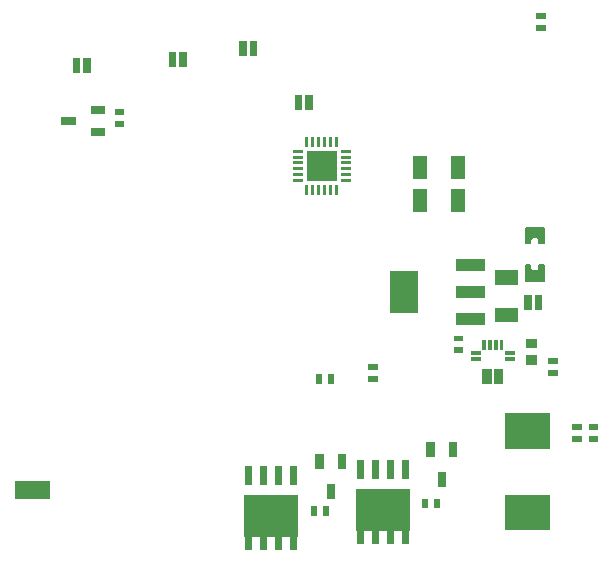
<source format=gbp>
G04 Layer: BottomPasteMaskLayer*
G04 EasyEDA v6.4.25, 2021-09-19T11:37:02+02:00*
G04 64e9d69745c74d7bbaee3c671462624f,10*
G04 Gerber Generator version 0.2*
G04 Scale: 100 percent, Rotated: No, Reflected: No *
G04 Dimensions in inches *
G04 leading zeros omitted , absolute positions ,3 integer and 6 decimal *
%FSLAX36Y36*%
%MOIN*%

%ADD55R,0.0972X0.1417*%

%LPD*%
G36*
X824920Y646919D02*
G01*
X820980Y643000D01*
X820980Y592400D01*
X824920Y588460D01*
X839500Y588460D01*
X843439Y592400D01*
X843439Y604400D01*
X847380Y608340D01*
X862620Y608340D01*
X866560Y604400D01*
X866560Y592400D01*
X870500Y588460D01*
X885080Y588460D01*
X889020Y592400D01*
X889020Y643000D01*
X885080Y646919D01*
G37*
G36*
X824920Y521540D02*
G01*
X820980Y517600D01*
X820980Y467000D01*
X824920Y463080D01*
X885080Y463080D01*
X889020Y467000D01*
X889020Y517600D01*
X885080Y521540D01*
X870500Y521540D01*
X866560Y517600D01*
X866560Y505600D01*
X862620Y501659D01*
X847380Y501659D01*
X843439Y505600D01*
X843439Y517600D01*
X839500Y521540D01*
G37*
G36*
X-879054Y-199488D02*
G01*
X-760945Y-199488D01*
X-760945Y-260511D01*
X-879054Y-260511D01*
G37*
G36*
X558779Y-169594D02*
G01*
X531220Y-169594D01*
X531220Y-218805D01*
X558779Y-218805D01*
G37*
G36*
X596180Y-71194D02*
G01*
X568620Y-71194D01*
X568620Y-120405D01*
X596180Y-120405D01*
G37*
G36*
X521379Y-71194D02*
G01*
X493819Y-71194D01*
X493819Y-120405D01*
X521379Y-120405D01*
G37*
G36*
X61809Y-366003D02*
G01*
X38190Y-366003D01*
X38190Y-428996D01*
X61809Y-428996D01*
G37*
G36*
X11809Y-366003D02*
G01*
X-11809Y-366003D01*
X-11809Y-428996D01*
X11809Y-428996D01*
G37*
G36*
X-38190Y-366003D02*
G01*
X-61809Y-366003D01*
X-61809Y-428996D01*
X-38190Y-428996D01*
G37*
G36*
X-88190Y-366003D02*
G01*
X-111809Y-366003D01*
X-111809Y-428996D01*
X-88190Y-428996D01*
G37*
G36*
X61809Y-151003D02*
G01*
X38190Y-151003D01*
X38190Y-213996D01*
X61809Y-213996D01*
G37*
G36*
X11809Y-151003D02*
G01*
X-11809Y-151003D01*
X-11809Y-213996D01*
X11809Y-213996D01*
G37*
G36*
X-38190Y-151003D02*
G01*
X-61809Y-151003D01*
X-61809Y-213996D01*
X-38190Y-213996D01*
G37*
G36*
X-88190Y-151003D02*
G01*
X-111809Y-151003D01*
X-111809Y-213996D01*
X-88190Y-213996D01*
G37*
G36*
X65550Y-246633D02*
G01*
X-115550Y-246633D01*
X-115550Y-388366D01*
X65550Y-388366D01*
G37*
G36*
X436809Y-346003D02*
G01*
X413190Y-346003D01*
X413190Y-408996D01*
X436809Y-408996D01*
G37*
G36*
X386809Y-346003D02*
G01*
X363190Y-346003D01*
X363190Y-408996D01*
X386809Y-408996D01*
G37*
G36*
X336809Y-346003D02*
G01*
X313190Y-346003D01*
X313190Y-408996D01*
X336809Y-408996D01*
G37*
G36*
X286809Y-346003D02*
G01*
X263190Y-346003D01*
X263190Y-408996D01*
X286809Y-408996D01*
G37*
G36*
X436809Y-131003D02*
G01*
X413190Y-131003D01*
X413190Y-193996D01*
X436809Y-193996D01*
G37*
G36*
X386809Y-131003D02*
G01*
X363190Y-131003D01*
X363190Y-193996D01*
X386809Y-193996D01*
G37*
G36*
X336809Y-131003D02*
G01*
X313190Y-131003D01*
X313190Y-193996D01*
X336809Y-193996D01*
G37*
G36*
X286809Y-131003D02*
G01*
X263190Y-131003D01*
X263190Y-193996D01*
X286809Y-193996D01*
G37*
G36*
X440550Y-226633D02*
G01*
X259449Y-226633D01*
X259449Y-368366D01*
X440550Y-368366D01*
G37*
G36*
X188779Y-209594D02*
G01*
X161220Y-209594D01*
X161220Y-258805D01*
X188779Y-258805D01*
G37*
G36*
X226180Y-111194D02*
G01*
X198620Y-111194D01*
X198620Y-160405D01*
X226180Y-160405D01*
G37*
G36*
X151379Y-111194D02*
G01*
X123819Y-111194D01*
X123819Y-160405D01*
X151379Y-160405D01*
G37*
G36*
X-685470Y1160000D02*
G01*
X-660470Y1160000D01*
X-660470Y1210000D01*
X-685470Y1210000D01*
G37*
G36*
X-649471Y1160000D02*
G01*
X-624471Y1160000D01*
X-624471Y1210000D01*
X-649471Y1210000D01*
G37*
G36*
X54529Y1035000D02*
G01*
X79529Y1035000D01*
X79529Y1085000D01*
X54529Y1085000D01*
G37*
G36*
X90528Y1035000D02*
G01*
X115528Y1035000D01*
X115528Y1085000D01*
X90528Y1085000D01*
G37*
G36*
X-365470Y1180000D02*
G01*
X-340470Y1180000D01*
X-340470Y1230000D01*
X-365470Y1230000D01*
G37*
G36*
X-329471Y1180000D02*
G01*
X-304471Y1180000D01*
X-304471Y1230000D01*
X-329471Y1230000D01*
G37*
G36*
X788819Y200000D02*
G01*
X788819Y211810D01*
X755354Y211810D01*
X755354Y200000D01*
G37*
G36*
X788819Y219684D02*
G01*
X788819Y231496D01*
X755354Y231496D01*
X755354Y219684D01*
G37*
G36*
X750433Y269881D02*
G01*
X738621Y269881D01*
X738621Y236417D01*
X750433Y236417D01*
G37*
G36*
X730748Y269881D02*
G01*
X718936Y269881D01*
X718936Y236417D01*
X730748Y236417D01*
G37*
G36*
X711063Y269881D02*
G01*
X699251Y269881D01*
X699251Y236417D01*
X711063Y236417D01*
G37*
G36*
X691378Y269881D02*
G01*
X679567Y269881D01*
X679567Y236417D01*
X691378Y236417D01*
G37*
G36*
X641180Y231496D02*
G01*
X641180Y219684D01*
X674645Y219684D01*
X674645Y231496D01*
G37*
G36*
X641180Y211810D02*
G01*
X641180Y200000D01*
X674645Y200000D01*
X674645Y211810D01*
G37*
G36*
X679566Y121849D02*
G01*
X711063Y121849D01*
X711063Y171849D01*
X679566Y171849D01*
G37*
G36*
X718936Y121849D02*
G01*
X750433Y121849D01*
X750433Y171849D01*
X718936Y171849D01*
G37*
G36*
X615748Y264843D02*
G01*
X615748Y284528D01*
X584251Y284528D01*
X584251Y264843D01*
G37*
G36*
X615748Y225473D02*
G01*
X615748Y245158D01*
X584251Y245158D01*
X584251Y225473D01*
G37*
G36*
X899251Y170156D02*
G01*
X899251Y150471D01*
X930748Y150471D01*
X930748Y170156D01*
G37*
G36*
X899251Y209526D02*
G01*
X899251Y189841D01*
X930748Y189841D01*
X930748Y209526D01*
G37*
G36*
X621442Y882402D02*
G01*
X574198Y882402D01*
X574198Y807597D01*
X621442Y807597D01*
G37*
G36*
X495452Y882402D02*
G01*
X448208Y882402D01*
X448208Y807597D01*
X495452Y807597D01*
G37*
G36*
X621442Y772402D02*
G01*
X574198Y772402D01*
X574198Y697597D01*
X621442Y697597D01*
G37*
G36*
X495452Y772402D02*
G01*
X448208Y772402D01*
X448208Y697597D01*
X495452Y697597D01*
G37*
G36*
X-545748Y1000156D02*
G01*
X-545748Y980471D01*
X-514251Y980471D01*
X-514251Y1000156D01*
G37*
G36*
X-545748Y1039526D02*
G01*
X-545748Y1019841D01*
X-514251Y1019841D01*
X-514251Y1039526D01*
G37*
G36*
X-674593Y986220D02*
G01*
X-674593Y1013779D01*
X-723806Y1013779D01*
X-723806Y986220D01*
G37*
G36*
X-576193Y948820D02*
G01*
X-576193Y976379D01*
X-625406Y976379D01*
X-625406Y948820D01*
G37*
G36*
X-576193Y1023620D02*
G01*
X-576193Y1051179D01*
X-625406Y1051179D01*
X-625406Y1023620D01*
G37*
G36*
X754803Y24881D02*
G01*
X754803Y-94409D01*
X905196Y-94409D01*
X905196Y24881D01*
G37*
G36*
X754803Y-245590D02*
G01*
X754803Y-364881D01*
X905196Y-364881D01*
X905196Y-245590D01*
G37*
G36*
X1010748Y-30156D02*
G01*
X1010748Y-10471D01*
X979251Y-10471D01*
X979251Y-30156D01*
G37*
G36*
X1010748Y-69526D02*
G01*
X1010748Y-49841D01*
X979251Y-49841D01*
X979251Y-69526D01*
G37*
G36*
X1034251Y-49843D02*
G01*
X1034251Y-69528D01*
X1065748Y-69528D01*
X1065748Y-49843D01*
G37*
G36*
X1034251Y-10473D02*
G01*
X1034251Y-30158D01*
X1065748Y-30158D01*
X1065748Y-10473D01*
G37*
G36*
X194828Y900000D02*
G01*
X94828Y900000D01*
X94828Y800000D01*
X194828Y800000D01*
G37*
G36*
X199041Y754000D02*
G01*
X199041Y785999D01*
X189041Y785999D01*
X189041Y754000D01*
G37*
G36*
X179356Y754000D02*
G01*
X179356Y785999D01*
X169356Y785999D01*
X169356Y754000D01*
G37*
G36*
X159672Y754000D02*
G01*
X159672Y785999D01*
X149672Y785999D01*
X149672Y754000D01*
G37*
G36*
X139985Y754000D02*
G01*
X139985Y785999D01*
X129985Y785999D01*
X129985Y754000D01*
G37*
G36*
X120300Y754000D02*
G01*
X120300Y785999D01*
X110300Y785999D01*
X110300Y754000D01*
G37*
G36*
X100615Y754000D02*
G01*
X100615Y785999D01*
X90615Y785999D01*
X90615Y754000D01*
G37*
G36*
X48828Y795787D02*
G01*
X80829Y795787D01*
X80829Y805787D01*
X48828Y805787D01*
G37*
G36*
X48828Y815471D02*
G01*
X80829Y815471D01*
X80829Y825471D01*
X48828Y825471D01*
G37*
G36*
X48828Y835156D02*
G01*
X80829Y835156D01*
X80829Y845156D01*
X48828Y845156D01*
G37*
G36*
X48828Y854843D02*
G01*
X80829Y854843D01*
X80829Y864843D01*
X48828Y864843D01*
G37*
G36*
X48828Y874528D02*
G01*
X80829Y874528D01*
X80829Y884528D01*
X48828Y884528D01*
G37*
G36*
X48828Y894212D02*
G01*
X80829Y894212D01*
X80829Y904212D01*
X48828Y904212D01*
G37*
G36*
X90615Y945999D02*
G01*
X90615Y914000D01*
X100615Y914000D01*
X100615Y945999D01*
G37*
G36*
X110300Y945999D02*
G01*
X110300Y914000D01*
X120300Y914000D01*
X120300Y945999D01*
G37*
G36*
X129985Y945999D02*
G01*
X129985Y914000D01*
X139985Y914000D01*
X139985Y945999D01*
G37*
G36*
X149672Y945999D02*
G01*
X149672Y914000D01*
X159672Y914000D01*
X159672Y945999D01*
G37*
G36*
X169356Y945999D02*
G01*
X169356Y914000D01*
X179356Y914000D01*
X179356Y945999D01*
G37*
G36*
X189041Y945999D02*
G01*
X189041Y914000D01*
X199041Y914000D01*
X199041Y945999D01*
G37*
G36*
X240829Y904212D02*
G01*
X208828Y904212D01*
X208828Y894212D01*
X240829Y894212D01*
G37*
G36*
X240829Y884528D02*
G01*
X208828Y884528D01*
X208828Y874528D01*
X240829Y874528D01*
G37*
G36*
X240829Y864843D02*
G01*
X208828Y864843D01*
X208828Y854843D01*
X240829Y854843D01*
G37*
G36*
X240829Y845156D02*
G01*
X208828Y845156D01*
X208828Y835156D01*
X240829Y835156D01*
G37*
G36*
X240829Y825471D02*
G01*
X208828Y825471D01*
X208828Y815471D01*
X240829Y815471D01*
G37*
G36*
X240829Y805787D02*
G01*
X208828Y805787D01*
X208828Y795787D01*
X240829Y795787D01*
G37*
G36*
X859251Y1320156D02*
G01*
X859251Y1300471D01*
X890748Y1300471D01*
X890748Y1320156D01*
G37*
G36*
X859251Y1359526D02*
G01*
X859251Y1339841D01*
X890748Y1339841D01*
X890748Y1359526D01*
G37*
G36*
X519843Y-290747D02*
G01*
X539528Y-290747D01*
X539528Y-259252D01*
X519843Y-259252D01*
G37*
G36*
X480473Y-290747D02*
G01*
X500158Y-290747D01*
X500158Y-259252D01*
X480473Y-259252D01*
G37*
G36*
X330748Y169843D02*
G01*
X330748Y189528D01*
X299251Y189528D01*
X299251Y169843D01*
G37*
G36*
X330748Y130473D02*
G01*
X330748Y150158D01*
X299251Y150158D01*
X299251Y130473D01*
G37*
G36*
X145156Y155747D02*
G01*
X125471Y155747D01*
X125471Y124252D01*
X145156Y124252D01*
G37*
G36*
X184526Y155747D02*
G01*
X164841Y155747D01*
X164841Y124252D01*
X184526Y124252D01*
G37*
G36*
X149843Y-315747D02*
G01*
X169528Y-315747D01*
X169528Y-284252D01*
X149843Y-284252D01*
G37*
G36*
X110473Y-315747D02*
G01*
X130158Y-315747D01*
X130158Y-284252D01*
X110473Y-284252D01*
G37*
G36*
X862717Y241810D02*
G01*
X862717Y273306D01*
X827282Y273306D01*
X827282Y241810D01*
G37*
G36*
X862717Y186693D02*
G01*
X862717Y218189D01*
X827282Y218189D01*
X827282Y186693D01*
G37*
G36*
X690235Y539843D02*
G01*
X690235Y501260D01*
X592992Y501260D01*
X592992Y539843D01*
G37*
G36*
X690235Y449290D02*
G01*
X690235Y410709D01*
X592992Y410709D01*
X592992Y449290D01*
G37*
G36*
X690235Y358739D02*
G01*
X690235Y320156D01*
X592992Y320156D01*
X592992Y358739D01*
G37*
D55*
G01*
X418388Y430000D03*
G36*
X722597Y501613D02*
G01*
X722597Y454369D01*
X797402Y454369D01*
X797402Y501613D01*
G37*
G36*
X722597Y375623D02*
G01*
X722597Y328380D01*
X797402Y328380D01*
X797402Y375623D01*
G37*
G36*
X819499Y370000D02*
G01*
X844499Y370000D01*
X844499Y420000D01*
X819499Y420000D01*
G37*
G36*
X855500Y370000D02*
G01*
X880500Y370000D01*
X880500Y420000D01*
X855500Y420000D01*
G37*
G36*
X-69499Y1265000D02*
G01*
X-94499Y1265000D01*
X-94499Y1215000D01*
X-69499Y1215000D01*
G37*
G36*
X-105500Y1265000D02*
G01*
X-130500Y1265000D01*
X-130500Y1215000D01*
X-105500Y1215000D01*
G37*
M02*

</source>
